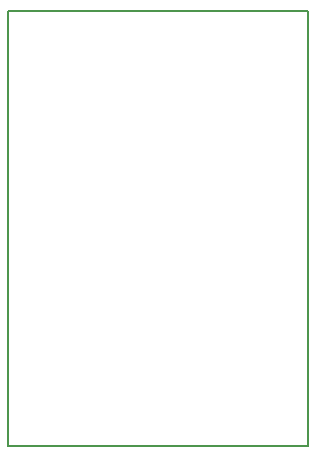
<source format=gbr>
G04 #@! TF.GenerationSoftware,KiCad,Pcbnew,5.0.0-rc2-dev-unknown-5e5e80d~64~ubuntu16.04.1*
G04 #@! TF.CreationDate,2018-05-02T16:07:18-03:00*
G04 #@! TF.ProjectId,audio,617564696F2E6B696361645F70636200,rev?*
G04 #@! TF.SameCoordinates,Original*
G04 #@! TF.FileFunction,Profile,NP*
%FSLAX46Y46*%
G04 Gerber Fmt 4.6, Leading zero omitted, Abs format (unit mm)*
G04 Created by KiCad (PCBNEW 5.0.0-rc2-dev-unknown-5e5e80d~64~ubuntu16.04.1) date Wed May  2 16:07:18 2018*
%MOMM*%
%LPD*%
G01*
G04 APERTURE LIST*
%ADD10C,0.150000*%
G04 APERTURE END LIST*
D10*
X157480000Y-121920000D02*
X157480000Y-85090000D01*
X182880000Y-121920000D02*
X157480000Y-121920000D01*
X182880000Y-85090000D02*
X182880000Y-121920000D01*
X157480000Y-85090000D02*
X182880000Y-85090000D01*
M02*

</source>
